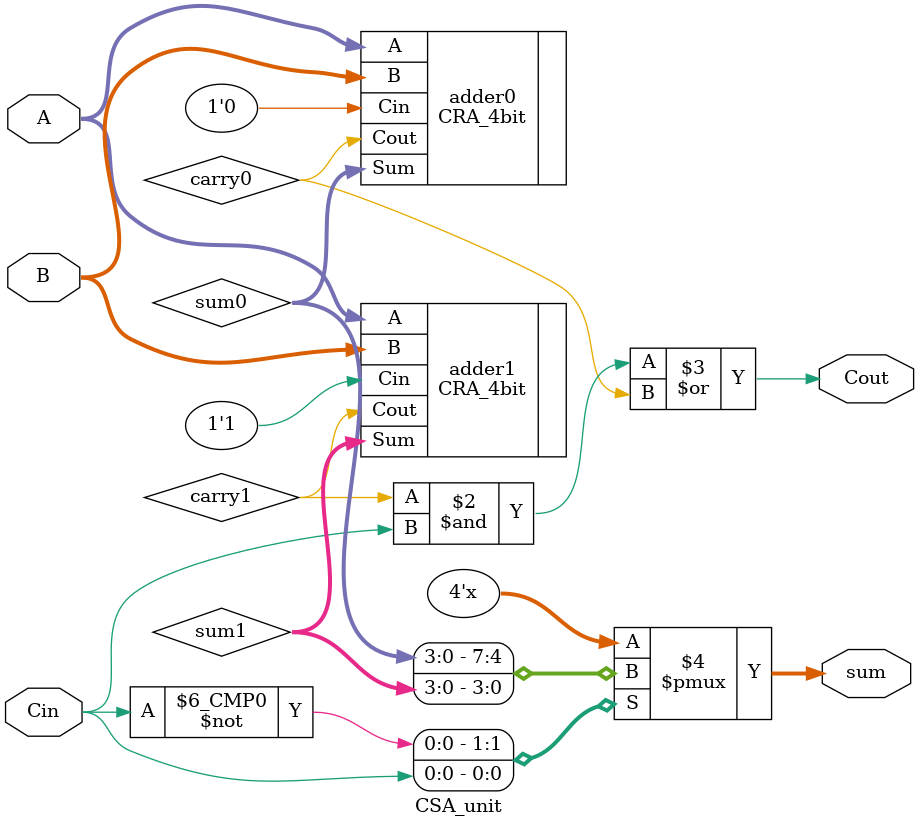
<source format=sv>
module CSA_unit(

	input logic[3:0] A,
	input logic[3:0] B,
	input logic Cin,
	
	output logic[3:0] sum,
	output logic Cout
	
	
	
);

	logic carry0;
	logic carry1;

	logic[3:0] sum0;
	logic[3:0] sum1;

	
	// The adder that computes the zero-carry sum.
	CRA_4bit adder0(
		.A(A),
		.B(B),
		.Cin(1'b0),
		.Cout(carry0),
		.Sum(sum0)
	);
	// The adder that computes the one-carry sum.
	CRA_4bit adder1(
		.A(A),
		.B(B),
		.Cin(1'b1),
		.Cout(carry1),
		.Sum(sum1)
	);
	
	always_comb begin
	
	// Compute carry out.
	Cout = (carry1 & Cin) | carry0;
	
	
	// Multiplexer to select the proper sum based on the real-world carry-in bit.
	case(Cin)
		1'b0: sum = sum0;
		1'b1: sum = sum1;
		default: sum = sum0;
	endcase
	
	
	end


endmodule
</source>
